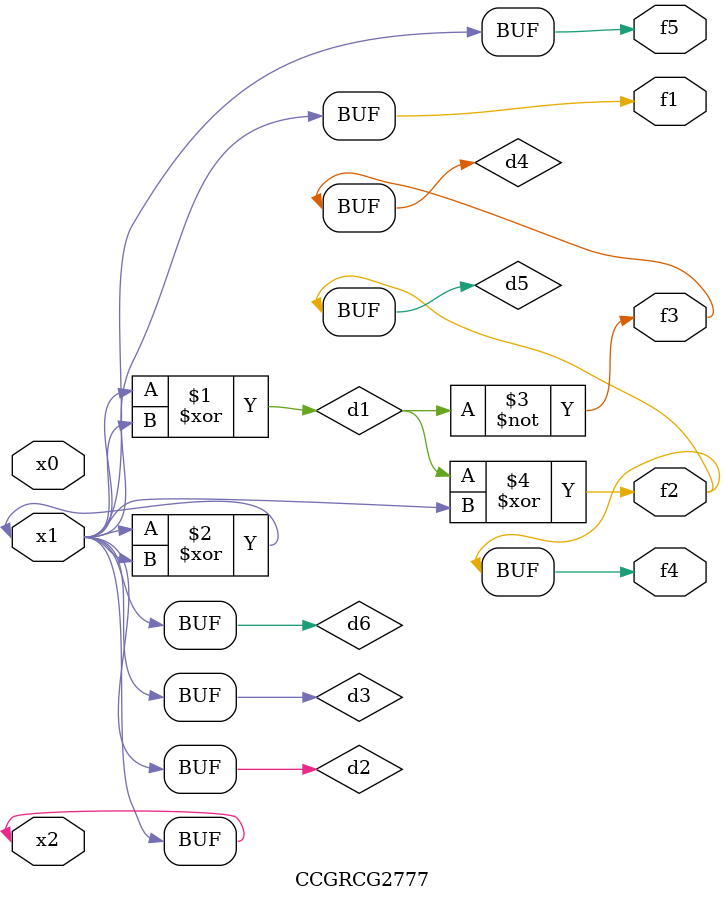
<source format=v>
module CCGRCG2777(
	input x0, x1, x2,
	output f1, f2, f3, f4, f5
);

	wire d1, d2, d3, d4, d5, d6;

	xor (d1, x1, x2);
	buf (d2, x1, x2);
	xor (d3, x1, x2);
	nor (d4, d1);
	xor (d5, d1, d2);
	buf (d6, d2, d3);
	assign f1 = d6;
	assign f2 = d5;
	assign f3 = d4;
	assign f4 = d5;
	assign f5 = d6;
endmodule

</source>
